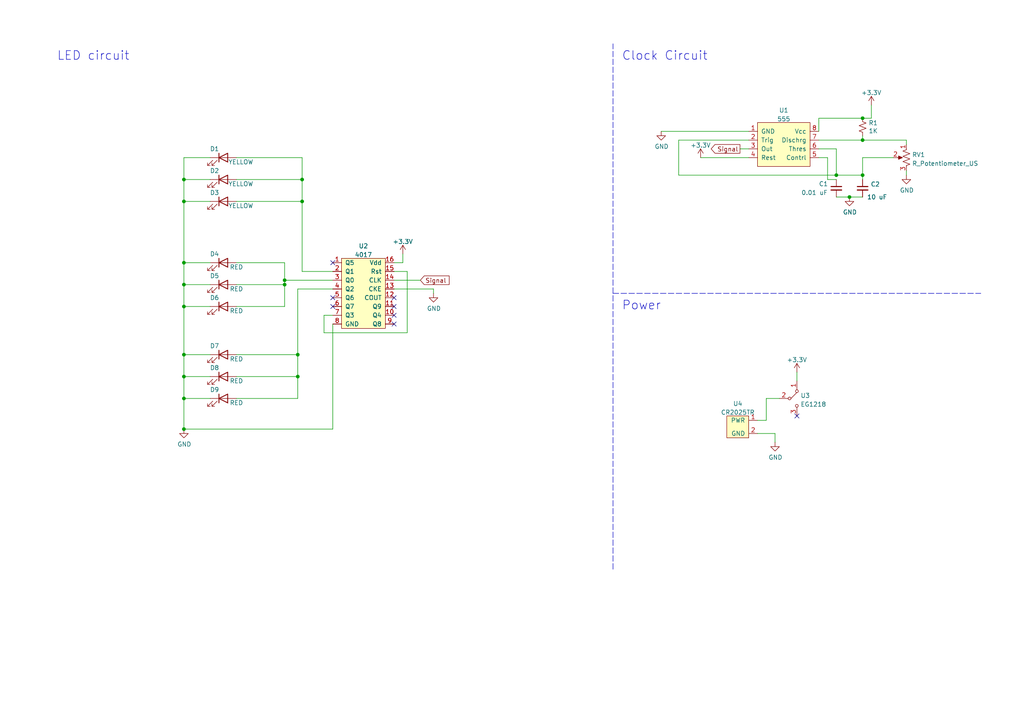
<source format=kicad_sch>
(kicad_sch (version 20211123) (generator eeschema)
  (paper "A4")
  (title_block (title "Ball_Ornament") (date "2022-09-11") (rev "5") (company "IEEE"))
  (lib_symbols
    (symbol "Device:C_Small" (pin_numbers hide) (pin_names (offset 0.254) hide)
      (property "Reference" "C" (at 0.254 1.778 0))
      (property "Value" "C_Small" (at 0.254 -2.032 0))
      (symbol "C_Small_0_1"
        (polyline (pts (xy -1.524 -0.508) (xy 1.524 -0.508)) (stroke (width 0.3302)))
        (polyline (pts (xy -1.524 0.508) (xy 1.524 0.508)) (stroke (width 0.3048)))
      )
      (symbol "C_Small_1_1"
        (pin passive line (at 0 2.54 270) (length 2.032) (name "~") (number "1"))
        (pin passive line (at 0 -2.54 90) (length 2.032) (name "~") (number "2"))
      )
    )
    (symbol "Device:LED" (pin_numbers hide) (pin_names (offset 1.016) hide)
      (property "Reference" "D" (at 0 2.54 0))
      (property "Value" "LED" (at 0 -2.54 0))
      (symbol "LED_0_1"
        (polyline (pts (xy -1.27 -1.27) (xy -1.27 1.27)) (stroke (width 0.254)))
        (polyline (pts (xy -1.27 0) (xy 1.27 0)))
        (polyline (pts (xy 1.27 -1.27) (xy 1.27 1.27) (xy -1.27 0) (xy 1.27 -1.27)) (stroke (width 0.254)))
        (polyline (pts (xy -3.048 -0.762) (xy -4.572 -2.286) (xy -3.81 -2.286) (xy -4.572 -2.286) (xy -4.572 -1.524)))
        (polyline (pts (xy -1.778 -0.762) (xy -3.302 -2.286) (xy -2.54 -2.286) (xy -3.302 -2.286) (xy -3.302 -1.524)))
      )
      (symbol "LED_1_1"
        (pin passive line (at -3.81 0 0) (length 2.54) (name "K") (number "1"))
        (pin passive line (at 3.81 0 180) (length 2.54) (name "A") (number "2"))
      )
    )
    (symbol "Device:R_Potentiometer_US" (pin_names (offset 1.016) hide)
      (property "Reference" "RV" (at -4.445 0 90))
      (property "Value" "R_Potentiometer_US" (at -2.54 0 90))
      (symbol "R_Potentiometer_US_0_1"
        (polyline (pts (xy 0 -2.286) (xy 0 -2.54)))
        (polyline (pts (xy 0 2.54) (xy 0 2.286)))
        (polyline (pts (xy 2.54 0) (xy 1.524 0)))
        (polyline (pts (xy 1.143 0) (xy 2.286 0.508) (xy 2.286 -0.508) (xy 1.143 0)) (fill (type outline)))
        (polyline (pts (xy 0 -0.762) (xy 1.016 -1.143) (xy 0 -1.524) (xy -1.016 -1.905) (xy 0 -2.286)))
        (polyline (pts (xy 0 0.762) (xy 1.016 0.381) (xy 0 0) (xy -1.016 -0.381) (xy 0 -0.762)))
        (polyline (pts (xy 0 2.286) (xy 1.016 1.905) (xy 0 1.524) (xy -1.016 1.143) (xy 0 0.762)))
      )
      (symbol "R_Potentiometer_US_1_1"
        (pin passive line (at 0 3.81 270) (length 1.27) (name "1") (number "1"))
        (pin passive line (at 3.81 0 180) (length 1.27) (name "2") (number "2"))
        (pin passive line (at 0 -3.81 90) (length 1.27) (name "3") (number "3"))
      )
    )
    (symbol "Device:R_Small_US" (pin_numbers hide) (pin_names (offset 0.254) hide)
      (property "Reference" "R" (at 0.762 0.508 0))
      (property "Value" "R_Small_US" (at 0.762 -1.016 0))
      (symbol "R_Small_US_1_1"
        (polyline (pts (xy 0 0) (xy 1.016 -0.381) (xy 0 -0.762) (xy -1.016 -1.143) (xy 0 -1.524)))
        (polyline (pts (xy 0 1.524) (xy 1.016 1.143) (xy 0 0.762) (xy -1.016 0.381) (xy 0 0)))
        (pin passive line (at 0 2.54 270) (length 1.016) (name "~") (number "1"))
        (pin passive line (at 0 -2.54 90) (length 1.016) (name "~") (number "2"))
      )
    )
    (symbol "IEEE_Ornament:4017" (pin_names (offset 1.016))
      (property "Reference" "U" (at 0 10.16 0))
      (property "Value" "4017" (at 0 -12.7 0))
      (symbol "4017_0_1"
        (rectangle (start -6.35 8.89) (end 6.35 -11.43) (fill (type background)))
      )
      (symbol "4017_1_1"
        (pin input line (at -8.89 7.62 0) (length 2.54) (name "Q5") (number "1"))
        (pin input line (at 8.89 -7.62 180) (length 2.54) (name "Q4") (number "10"))
        (pin input line (at 8.89 -5.08 180) (length 2.54) (name "Q9") (number "11"))
        (pin input line (at 8.89 -2.54 180) (length 2.54) (name "COUT") (number "12"))
        (pin input line (at 8.89 0 180) (length 2.54) (name "CKE") (number "13"))
        (pin input line (at 8.89 2.54 180) (length 2.54) (name "CLK") (number "14"))
        (pin input line (at 8.89 5.08 180) (length 2.54) (name "Rst") (number "15"))
        (pin input line (at 8.89 7.62 180) (length 2.54) (name "Vdd") (number "16"))
        (pin input line (at -8.89 5.08 0) (length 2.54) (name "Q1") (number "2"))
        (pin input line (at -8.89 2.54 0) (length 2.54) (name "Q0") (number "3"))
        (pin input line (at -8.89 0 0) (length 2.54) (name "Q2") (number "4"))
        (pin input line (at -8.89 -2.54 0) (length 2.54) (name "Q6") (number "5"))
        (pin input line (at -8.89 -5.08 0) (length 2.54) (name "Q7") (number "6"))
        (pin input line (at -8.89 -7.62 0) (length 2.54) (name "Q3") (number "7"))
        (pin input line (at -8.89 -10.16 0) (length 2.54) (name "GND") (number "8"))
        (pin input line (at 8.89 -10.16 180) (length 2.54) (name "Q8") (number "9"))
      )
    )
    (symbol "IEEE_Ornament:555" (pin_names (offset 1.016))
      (property "Reference" "U" (at 1.27 6.35 0))
      (property "Value" "555" (at 1.27 -8.89 0))
      (symbol "555_0_1"
        (rectangle (start -6.35 5.08) (end 8.89 -7.62) (fill (type background)))
      )
      (symbol "555_1_1"
        (pin input line (at -8.89 2.54 0) (length 2.54) (name "GND") (number "1"))
        (pin input line (at -8.89 0 0) (length 2.54) (name "Trig") (number "2"))
        (pin input line (at -8.89 -2.54 0) (length 2.54) (name "Out") (number "3"))
        (pin input line (at -8.89 -5.08 0) (length 2.54) (name "Rest") (number "4"))
        (pin input line (at 11.43 -5.08 180) (length 2.54) (name "Contrl") (number "5"))
        (pin input line (at 11.43 -2.54 180) (length 2.54) (name "Thres") (number "6"))
        (pin input line (at 11.43 0 180) (length 2.54) (name "Dischrg") (number "7"))
        (pin input line (at 11.43 2.54 180) (length 2.54) (name "Vcc") (number "8"))
      )
    )
    (symbol "IEEE_Ornament:CR2025TR" (pin_names (offset 1.016))
      (property "Reference" "U" (at 0 8.89 0))
      (property "Value" "CR2025TR" (at 0 6.35 0))
      (symbol "CR2025TR_0_1"
        (rectangle (start -2.54 3.81) (end 3.81 -2.54) (fill (type background)))
      )
      (symbol "CR2025TR_1_1"
        (pin output line (at 6.35 2.54 180) (length 2.54) (name "PWR") (number "1"))
        (pin output line (at 6.35 -1.27 180) (length 2.54) (name "GND") (number "2"))
      )
    )
    (symbol "IEEE_Ornament:EG1218" (pin_names (offset 1.016))
      (property "Reference" "U" (at 0.0254 -5.0038 0))
      (property "Value" "EG1218" (at 0.0254 -2.4638 0))
      (symbol "EG1218_0_1"
        (circle (center -2.1082 0) (radius 0.4064))
        (polyline (pts (xy -1.6764 0.0762) (xy 0 1.7272)))
        (circle (center 0 2.1336) (radius 0.4064))
        (circle (center 2.1336 0.0254) (radius 0.4064))
      )
      (symbol "EG1218_1_1"
        (pin passive line (at -5.08 0 0) (length 2.54) (name "~") (number "1"))
        (pin input line (at 0 5.08 270) (length 2.54) (name "~") (number "2"))
        (pin passive line (at 5.08 0 180) (length 2.54) (name "~") (number "3"))
      )
    )
    (symbol "power:+3.3V" (power) (pin_names (offset 0))
      (property "Value" "+3.3V" (at 0 3.556 0))
      (symbol "+3.3V_0_1"
        (polyline (pts (xy -0.762 1.27) (xy 0 2.54)))
        (polyline (pts (xy 0 0) (xy 0 2.54)))
        (polyline (pts (xy 0 2.54) (xy 0.762 1.27)))
      )
      (symbol "+3.3V_1_1"
        (pin power_in line (at 0 0 90) (length 0) hide (name "+3.3V") (number "1"))
      )
    )
    (symbol "power:GND" (power) (pin_names (offset 0))
      (property "Value" "GND" (at 0 -3.81 0))
      (symbol "GND_0_1"
        (polyline (pts (xy 0 0) (xy 0 -1.27) (xy 1.27 -1.27) (xy 0 -2.54) (xy -1.27 -1.27) (xy 0 -1.27)))
      )
      (symbol "GND_1_1"
        (pin power_in line (at 0 0 270) (length 0) hide (name "GND") (number "1"))
      )
    )
  )
  (junction (at 250.19 34.29))
  (junction (at 53.34 76.2))
  (junction (at 53.34 88.9))
  (junction (at 87.63 52.07))
  (junction (at 250.19 50.8))
  (junction (at 246.38 57.15))
  (junction (at 53.34 52.07))
  (junction (at 250.19 40.64))
  (junction (at 82.55 82.55))
  (junction (at 53.34 109.22))
  (junction (at 86.36 102.87))
  (junction (at 53.34 82.55))
  (junction (at 242.57 50.8))
  (junction (at 53.34 102.87))
  (junction (at 82.55 81.28))
  (junction (at 86.36 109.22))
  (junction (at 53.34 124.46))
  (junction (at 87.63 58.42))
  (junction (at 53.34 58.42))
  (junction (at 53.34 115.57))
  (no_connect (at 114.3 91.44))
  (no_connect (at 231.14 120.65))
  (no_connect (at 96.52 76.2))
  (no_connect (at 96.52 88.9))
  (no_connect (at 114.3 86.36))
  (no_connect (at 114.3 93.98))
  (no_connect (at 96.52 86.36))
  (no_connect (at 114.3 88.9))
  (wire (pts (xy 219.71 121.92) (xy 222.25 121.92)))
  (wire (pts (xy 224.79 125.73) (xy 224.79 128.27)))
  (wire (pts (xy 252.73 34.29) (xy 252.73 30.48)))
  (wire (pts (xy 219.71 125.73) (xy 224.79 125.73)))
  (wire (pts (xy 87.63 52.07) (xy 87.63 45.72)))
  (wire (pts (xy 125.73 83.82) (xy 125.73 85.09)))
  (wire (pts (xy 53.34 76.2) (xy 53.34 82.55)))
  (wire (pts (xy 118.11 78.74) (xy 114.3 78.74)))
  (wire (pts (xy 60.96 109.22) (xy 53.34 109.22)))
  (wire (pts (xy 82.55 81.28) (xy 82.55 82.55)))
  (wire (pts (xy 114.3 83.82) (xy 125.73 83.82)))
  (wire (pts (xy 196.85 50.8) (xy 196.85 40.64)))
  (wire (pts (xy 82.55 82.55) (xy 68.58 82.55)))
  (wire (pts (xy 231.14 110.49) (xy 231.14 107.95)))
  (wire (pts (xy 53.34 124.46) (xy 96.52 124.46)))
  (wire (pts (xy 60.96 82.55) (xy 53.34 82.55)))
  (wire (pts (xy 118.11 96.52) (xy 118.11 78.74)))
  (wire (pts (xy 93.98 96.52) (xy 118.11 96.52)))
  (wire (pts (xy 60.96 115.57) (xy 53.34 115.57)))
  (wire (pts (xy 86.36 102.87) (xy 86.36 109.22)))
  (wire (pts (xy 96.52 91.44) (xy 93.98 91.44)))
  (wire (pts (xy 82.55 81.28) (xy 82.55 76.2)))
  (wire (pts (xy 242.57 57.15) (xy 246.38 57.15)))
  (wire (pts (xy 222.25 115.57) (xy 226.06 115.57)))
  (wire (pts (xy 237.49 34.29) (xy 237.49 38.1)))
  (wire (pts (xy 82.55 88.9) (xy 68.58 88.9)))
  (wire (pts (xy 87.63 78.74) (xy 87.63 58.42)))
  (wire (pts (xy 237.49 45.72) (xy 240.03 45.72)))
  (wire (pts (xy 96.52 81.28) (xy 82.55 81.28)))
  (wire (pts (xy 116.84 76.2) (xy 116.84 73.66)))
  (wire (pts (xy 53.34 82.55) (xy 53.34 88.9)))
  (wire (pts (xy 53.34 102.87) (xy 53.34 109.22)))
  (wire (pts (xy 242.57 43.18) (xy 237.49 43.18)))
  (wire (pts (xy 87.63 45.72) (xy 68.58 45.72)))
  (wire (pts (xy 82.55 82.55) (xy 82.55 88.9)))
  (wire (pts (xy 93.98 91.44) (xy 93.98 96.52)))
  (wire (pts (xy 86.36 115.57) (xy 68.58 115.57)))
  (wire (pts (xy 96.52 78.74) (xy 87.63 78.74)))
  (wire (pts (xy 53.34 52.07) (xy 53.34 58.42)))
  (wire (pts (xy 250.19 45.72) (xy 250.19 50.8)))
  (wire (pts (xy 246.38 57.15) (xy 250.19 57.15)))
  (wire (pts (xy 250.19 52.07) (xy 250.19 50.8)))
  (polyline (pts (xy 177.8 85.09) (xy 284.48 85.09)))
  (wire (pts (xy 68.58 52.07) (xy 87.63 52.07)))
  (wire (pts (xy 53.34 109.22) (xy 53.34 115.57)))
  (wire (pts (xy 262.89 49.53) (xy 262.89 50.8)))
  (wire (pts (xy 60.96 76.2) (xy 53.34 76.2)))
  (wire (pts (xy 53.34 45.72) (xy 53.34 52.07)))
  (wire (pts (xy 53.34 58.42) (xy 53.34 76.2)))
  (wire (pts (xy 250.19 39.37) (xy 250.19 40.64)))
  (wire (pts (xy 250.19 45.72) (xy 259.08 45.72)))
  (wire (pts (xy 96.52 83.82) (xy 86.36 83.82)))
  (wire (pts (xy 87.63 58.42) (xy 87.63 52.07)))
  (wire (pts (xy 68.58 58.42) (xy 87.63 58.42)))
  (wire (pts (xy 60.96 58.42) (xy 53.34 58.42)))
  (wire (pts (xy 240.03 52.07) (xy 242.57 52.07)))
  (wire (pts (xy 252.73 34.29) (xy 250.19 34.29)))
  (wire (pts (xy 196.85 50.8) (xy 242.57 50.8)))
  (wire (pts (xy 250.19 40.64) (xy 237.49 40.64)))
  (wire (pts (xy 114.3 76.2) (xy 116.84 76.2)))
  (wire (pts (xy 196.85 40.64) (xy 217.17 40.64)))
  (wire (pts (xy 250.19 40.64) (xy 262.89 40.64)))
  (wire (pts (xy 60.96 102.87) (xy 53.34 102.87)))
  (wire (pts (xy 53.34 88.9) (xy 53.34 102.87)))
  (wire (pts (xy 114.3 81.28) (xy 121.92 81.28)))
  (wire (pts (xy 82.55 76.2) (xy 68.58 76.2)))
  (wire (pts (xy 217.17 45.72) (xy 203.2 45.72)))
  (polyline (pts (xy 177.8 165.1) (xy 177.8 12.7)))
  (wire (pts (xy 217.17 43.18) (xy 214.63 43.18)))
  (wire (pts (xy 96.52 124.46) (xy 96.52 93.98)))
  (wire (pts (xy 250.19 50.8) (xy 242.57 50.8)))
  (wire (pts (xy 222.25 121.92) (xy 222.25 115.57)))
  (wire (pts (xy 86.36 109.22) (xy 68.58 109.22)))
  (wire (pts (xy 86.36 109.22) (xy 86.36 115.57)))
  (wire (pts (xy 53.34 88.9) (xy 60.96 88.9)))
  (wire (pts (xy 60.96 45.72) (xy 53.34 45.72)))
  (wire (pts (xy 191.77 38.1) (xy 217.17 38.1)))
  (wire (pts (xy 53.34 115.57) (xy 53.34 124.46)))
  (wire (pts (xy 262.89 40.64) (xy 262.89 41.91)))
  (wire (pts (xy 240.03 45.72) (xy 240.03 52.07)))
  (wire (pts (xy 250.19 34.29) (xy 237.49 34.29)))
  (wire (pts (xy 86.36 83.82) (xy 86.36 102.87)))
  (wire (pts (xy 242.57 50.8) (xy 242.57 43.18)))
  (wire (pts (xy 60.96 52.07) (xy 53.34 52.07)))
  (wire (pts (xy 86.36 102.87) (xy 68.58 102.87)))
  (text "LED circuit" (at 16.51 17.78 0) (effects (font (size 2.54 2.54)) (justify left bottom)))
  (text "Clock Circuit" (at 180.34 17.78 0) (effects (font (size 2.54 2.54)) (justify left bottom)))
  (text "Power " (at 180.34 90.17 0) (effects (font (size 2.54 2.54)) (justify left bottom)))
  (global_label "Signal" (shape output) (at 214.63 43.18 180) (property "Intersheet References" "${INTERSHEET_REFS}" (effects hide)))
  (global_label "Signal" (shape input) (at 121.92 81.28 0) (property "Intersheet References" "${INTERSHEET_REFS}" (effects hide)))
  (symbol (lib_id "Device:C_Small") (at 242.57 54.61 0) (unit 1)
    (property "Reference" "C1" (at 237.49 53.34 0) (effects (justify left)))
    (property "Value" "0.01 uF" (at 232.41 55.88 0) (effects (justify left)))
    (property "Footprint" "Capacitor_THT:CP_Radial_D5.0mm_P2.00mm" (effects hide))
  )
  (symbol (lib_id "Device:R_Small_US") (at 250.19 36.83 0) (unit 1)
    (property "Reference" "R1" (at 251.9172 35.6616 0) (effects (justify left)))
    (property "Value" "1K" (at 251.9172 37.973 0) (effects (justify left)))
    (property "Footprint" "Resistor_THT:R_Axial_DIN0309_L9.0mm_D3.2mm_P12.70mm_Horizontal" (effects hide))
  )
  (symbol (lib_id "Device:C_Small") (at 250.19 54.61 0) (unit 1)
    (property "Reference" "C2" (at 252.5268 53.4416 0) (effects (justify left)))
    (property "Value" "10 uF" (at 251.46 57.15 0) (effects (justify left)))
    (property "Footprint" "Capacitor_THT:CP_Radial_D5.0mm_P2.00mm" (effects hide))
  )
  (symbol (lib_id "power:GND") (at 246.38 57.15 0) (unit 1)
    (property "Reference" "#PWR0101" (effects hide))
    (property "Value" "GND" (at 246.507 61.5442 0))
  )
  (symbol (lib_id "power:GND") (at 191.77 38.1 0) (unit 1)
    (property "Reference" "#PWR0102" (effects hide))
    (property "Value" "GND" (at 191.897 42.4942 0))
  )
  (symbol (lib_id "power:GND") (at 125.73 85.09 0) (unit 1)
    (property "Reference" "#PWR0107" (effects hide))
    (property "Value" "GND" (at 125.857 89.4842 0))
  )
  (symbol (lib_id "power:GND") (at 262.89 50.8 0) (unit 1)
    (property "Reference" "#PWR0110" (effects hide))
    (property "Value" "GND" (at 263.017 55.1942 0))
  )
  (symbol (lib_id "power:GND") (at 224.79 128.27 0) (unit 1)
    (property "Reference" "#PWR0109" (effects hide))
    (property "Value" "GND" (at 224.917 132.6642 0))
  )
  (symbol (lib_id "Device:LED") (at 64.77 45.72 0) (unit 1)
    (property "Reference" "D1" (at 62.23 43.18 0))
    (property "Value" "YELLOW" (at 69.85 46.99 0))
    (property "Footprint" "LED_THT:LED_D5.0mm_Clear" (effects hide))
  )
  (symbol (lib_id "Device:LED") (at 64.77 52.07 0) (unit 1)
    (property "Reference" "D2" (at 62.23 49.53 0))
    (property "Value" "YELLOW" (at 69.85 53.34 0))
    (property "Footprint" "LED_THT:LED_D5.0mm_Clear" (effects hide))
  )
  (symbol (lib_id "Device:LED") (at 64.77 58.42 0) (unit 1)
    (property "Reference" "D3" (at 62.23 55.88 0))
    (property "Value" "YELLOW" (at 69.85 59.69 0))
    (property "Footprint" "LED_THT:LED_D5.0mm_Clear" (effects hide))
  )
  (symbol (lib_id "Device:LED") (at 64.77 76.2 0) (unit 1)
    (property "Reference" "D4" (at 62.23 73.66 0))
    (property "Value" "RED" (at 68.58 77.47 0))
    (property "Footprint" "LED_THT:LED_D5.0mm_Clear" (effects hide))
  )
  (symbol (lib_id "Device:LED") (at 64.77 82.55 0) (unit 1)
    (property "Reference" "D5" (at 62.23 80.01 0))
    (property "Value" "RED" (at 68.58 83.82 0))
    (property "Footprint" "LED_THT:LED_D5.0mm_Clear" (effects hide))
  )
  (symbol (lib_id "Device:LED") (at 64.77 88.9 0) (unit 1)
    (property "Reference" "D6" (at 62.23 86.36 0))
    (property "Value" "RED" (at 68.58 90.17 0))
    (property "Footprint" "LED_THT:LED_D5.0mm_Clear" (effects hide))
  )
  (symbol (lib_id "Device:LED") (at 64.77 102.87 0) (unit 1)
    (property "Reference" "D7" (at 62.23 100.33 0))
    (property "Value" "RED" (at 68.58 104.14 0))
    (property "Footprint" "LED_THT:LED_D5.0mm_Clear" (effects hide))
  )
  (symbol (lib_id "Device:LED") (at 64.77 109.22 0) (unit 1)
    (property "Reference" "D8" (at 62.23 106.68 0))
    (property "Value" "RED" (at 68.58 110.49 0))
    (property "Footprint" "LED_THT:LED_D5.0mm_Clear" (effects hide))
  )
  (symbol (lib_id "Device:LED") (at 64.77 115.57 0) (unit 1)
    (property "Reference" "D9" (at 62.23 113.03 0))
    (property "Value" "RED" (at 68.58 116.84 0))
    (property "Footprint" "LED_THT:LED_D5.0mm_Clear" (effects hide))
  )
  (symbol (lib_id "power:GND") (at 53.34 124.46 0) (unit 1)
    (property "Reference" "#PWR0106" (effects hide))
    (property "Value" "GND" (at 53.467 128.8542 0))
  )
  (symbol (lib_id "power:+3.3V") (at 203.2 45.72 0) (unit 1)
    (property "Reference" "#PWR0104" (effects hide))
    (property "Value" "+3.3V" (at 203.2 42.1442 0))
  )
  (symbol (lib_id "power:+3.3V") (at 252.73 30.48 0) (unit 1)
    (property "Reference" "#PWR0103" (effects hide))
    (property "Value" "+3.3V" (at 252.73 26.9042 0))
  )
  (symbol (lib_id "power:+3.3V") (at 116.84 73.66 0) (unit 1)
    (property "Reference" "#PWR0105" (effects hide))
    (property "Value" "+3.3V" (at 116.84 70.0842 0))
  )
  (symbol (lib_id "power:+3.3V") (at 231.14 107.95 0) (unit 1)
    (property "Reference" "#PWR0108" (effects hide))
    (property "Value" "+3.3V" (at 231.14 104.3742 0))
  )
  (symbol (lib_id "IEEE_Ornament:EG1218") (at 231.14 115.57 90) (mirror x) (unit 1)
    (property "Reference" "U3" (at 232.1814 114.7353 90) (effects (justify right)))
    (property "Value" "EG1218" (at 232.1814 117.2722 90) (effects (justify right)))
    (property "Footprint" "IEEE_Ornament:EG1218" (effects hide))
  )
  (symbol (lib_id "IEEE_Ornament:CR2025TR") (at 213.36 124.46 0) (unit 1)
    (property "Reference" "U4" (at 213.995 117.0772 0))
    (property "Value" "CR2025TR" (at 213.995 119.6141 0))
    (property "Footprint" "IEEE_Ornament:CR2025TR" (effects hide))
  )
  (symbol (lib_id "IEEE_Ornament:4017") (at 105.41 83.82 0) (unit 1)
    (property "Reference" "U2" (at 105.41 71.3572 0))
    (property "Value" "4017" (at 105.41 73.8941 0))
    (property "Footprint" "IEEE_Ornament:4017" (effects hide))
  )
  (symbol (lib_id "Device:R_Potentiometer_US") (at 262.89 45.72 0) (mirror y) (unit 1)
    (property "Reference" "RV1" (at 264.541 44.8853 0) (effects (justify right)))
    (property "Value" "R_Potentiometer_US" (at 264.541 47.4222 0) (effects (justify right)))
    (property "Footprint" "IEEE_Ornament:CT6EP504" (effects hide))
  )
  (symbol (lib_id "IEEE_Ornament:555") (at 226.06 40.64 0) (unit 1)
    (property "Reference" "U1" (at 227.33 31.9872 0))
    (property "Value" "555" (at 227.33 34.5241 0))
    (property "Footprint" "IEEE_Ornament:555" (effects hide))
  )
)
</source>
